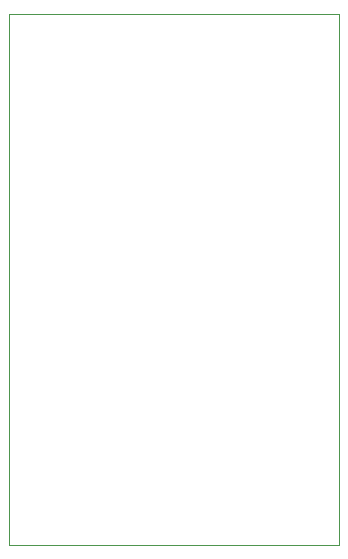
<source format=gbr>
%TF.GenerationSoftware,KiCad,Pcbnew,(5.1.9)-1*%
%TF.CreationDate,2021-05-21T15:12:25+01:00*%
%TF.ProjectId,NosepokeV1.0,4e6f7365-706f-46b6-9556-312e302e6b69,rev?*%
%TF.SameCoordinates,Original*%
%TF.FileFunction,Profile,NP*%
%FSLAX46Y46*%
G04 Gerber Fmt 4.6, Leading zero omitted, Abs format (unit mm)*
G04 Created by KiCad (PCBNEW (5.1.9)-1) date 2021-05-21 15:12:25*
%MOMM*%
%LPD*%
G01*
G04 APERTURE LIST*
%TA.AperFunction,Profile*%
%ADD10C,0.050000*%
%TD*%
G04 APERTURE END LIST*
D10*
X28000000Y0D02*
X28000000Y-45000000D01*
X0Y-45000000D02*
X28000000Y-45000000D01*
X0Y0D02*
X0Y-45000000D01*
X0Y0D02*
X28000000Y0D01*
M02*

</source>
